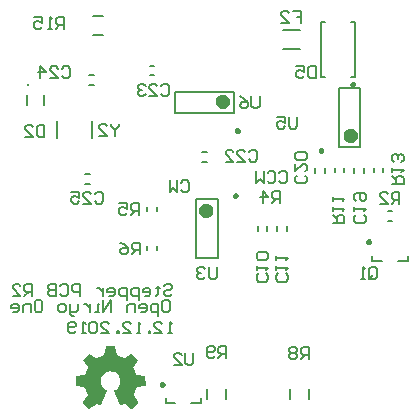
<source format=gbo>
%FSTAX23Y23*%
%MOIN*%
%SFA1B1*%

%IPPOS*%
%ADD39C,0.007870*%
%ADD57C,0.009840*%
%ADD59C,0.023620*%
%ADD60C,0.005910*%
%ADD101C,0.003940*%
%LNstepperpcb-1*%
%LPD*%
G36*
X00442Y00354D02*
X00442Y00353D01*
X00442Y00353*
X00447Y00325*
X00448Y00324*
X00448Y00324*
X00472Y00314*
X00472Y00314*
X00473Y00314*
X00473Y00314*
X00496Y0033*
X00497Y00331*
X00498Y0033*
X00498Y0033*
X00518Y0031*
X00519Y00309*
X00519Y00308*
X00519Y00308*
X00503Y00285*
X00502Y00284*
X00503Y00283*
X00512Y0026*
X00512Y00259*
X00513Y00259*
X00513Y00259*
X00541Y00254*
X00542Y00253*
X00543Y00252*
X00542*
X00543Y00224*
X00542Y00223*
X00541Y00222*
Y00222*
X00513Y00217*
X00512Y00216*
X00512Y00216*
X00503Y00193*
X00502Y00192*
X00503Y00191*
X00503Y00191*
X00519Y00168*
X00519Y00167*
X00518Y00166*
X00518Y00166*
X00498Y00146*
X00497Y00145*
X00496Y00145*
X00496Y00145*
X00473Y00161*
X00472Y00162*
X00472Y00162*
X00461Y00157*
X0046Y00157*
X00459Y00157*
X00459Y00158*
X00439Y00206*
X00439Y00207*
X00439Y00208*
X0044Y00208*
X0044Y00208*
X00443Y00209*
X0045Y00214*
X00455Y00221*
X00458Y00229*
X00459Y00238*
X00458Y00246*
X00455Y00254*
X0045Y00261*
X00443Y00267*
X00435Y0027*
X00426Y00271*
X00418Y0027*
X0041Y00267*
X00403Y00261*
X00398Y00254*
X00394Y00246*
X00393Y00238*
X00394Y00229*
X00398Y00221*
X00403Y00214*
X0041Y00209*
X00412Y00208*
X00412Y00208*
X00413Y00208*
X00413Y00207*
X00413Y00206*
X00394Y00158*
X00393Y00157*
X00392Y00157*
X00392Y00157*
X00381Y00162*
X0038Y00162*
X00379Y00161*
X0038Y00161*
X00356Y00145*
X00355Y00145*
X00354Y00146*
X00354Y00146*
X00334Y00166*
X00333Y00167*
X00334Y00168*
X00334Y00168*
X0035Y00191*
X0035Y00192*
X0035Y00193*
X0034Y00216*
X0034Y00216*
X00339Y00217*
Y00217*
X00311Y00222*
X0031Y00223*
X0031Y00224*
X0031*
X0031Y00252*
X0031Y00253*
X00311Y00254*
X00311Y00254*
X00339Y00259*
X0034Y00259*
X0034Y0026*
X0035Y00283*
X0035Y00284*
X0035Y00285*
X0035Y00285*
X00334Y00308*
X00333Y00309*
X00334Y0031*
X00334Y0031*
X00354Y0033*
X00355Y00331*
X00356Y0033*
X00356Y0033*
X00379Y00314*
X0038Y00314*
X00381Y00314*
X00404Y00324*
X00405Y00324*
X00405Y00325*
X00405*
X00411Y00353*
X00411Y00354*
X00412Y00354*
Y00354*
X0044Y00354*
X00442Y00354*
G37*
G54D39*
X00149Y01158D02*
Y01191D01*
X00204Y01158D02*
Y01191D01*
X00838Y01131D02*
Y01202D01*
X00642D02*
X00838D01*
X00642Y01131D02*
X00838D01*
X00642D02*
Y01202D01*
X0058Y00676D02*
Y0069D01*
X00548Y00676D02*
Y0069D01*
X00342Y00895D02*
X00358D01*
X00342Y00927D02*
X00358D01*
X00356Y01257D02*
X00372D01*
X00356Y01226D02*
X00372D01*
X00366Y01049D02*
Y01104D01*
X00248Y01049D02*
Y01104D01*
X00811Y00179D02*
Y00213D01*
X00747Y00179D02*
Y00213D01*
X01087Y00179D02*
Y00213D01*
X01023Y00179D02*
Y00213D01*
X01187Y01214D02*
X01257D01*
Y01017D02*
Y01214D01*
X01187Y01017D02*
Y01214D01*
Y01017D02*
X01257D01*
X01127Y01435D02*
X01141D01*
X01127Y01253D02*
Y01435D01*
Y01253D02*
X01141D01*
X01228Y01435D02*
X01242D01*
X01228Y01253D02*
X01242D01*
Y01435*
X01304Y00934D02*
Y00948D01*
X01336Y00934D02*
Y00948D01*
X01206Y00934D02*
Y00948D01*
X01174Y00934D02*
Y00948D01*
X01239Y00933D02*
Y00949D01*
X01271Y00933D02*
Y00949D01*
X00557Y01289D02*
X00572D01*
X00557Y01257D02*
X00572D01*
X01351Y00773D02*
X01365D01*
X01351Y00805D02*
X01365D01*
X01299Y00639D02*
X0133D01*
X01299D02*
Y00655D01*
X01385Y00639D02*
X01417D01*
Y00655*
X00732Y0097D02*
X00748D01*
X00732Y01001D02*
X00748D01*
X00367Y01455D02*
X00401D01*
X00367Y01391D02*
X00401D01*
X00982Y0074D02*
Y00755D01*
X01014Y0074D02*
Y00755D01*
X00917Y0074D02*
Y00755D01*
X00948Y0074D02*
Y00755D01*
X00548Y00805D02*
Y00819D01*
X0058Y00805D02*
Y00819D01*
X00712Y00649D02*
X00783D01*
Y00846*
X00712Y00649D02*
Y00846D01*
X00783*
X01141Y00933D02*
Y00949D01*
X01109Y00933D02*
Y00949D01*
X0061Y00165D02*
Y00181D01*
Y00165D02*
X00641D01*
X00728D02*
Y00181D01*
X00696Y00165D02*
X00728D01*
G54D57*
X00853Y01072D02*
D01*
X00853Y01073*
X00853Y01073*
X00853Y01073*
X00853Y01074*
X00853Y01074*
X00853Y01074*
X00853Y01075*
X00853Y01075*
X00853Y01075*
X00852Y01075*
X00852Y01076*
X00852Y01076*
X00852Y01076*
X00851Y01076*
X00851Y01077*
X00851Y01077*
X0085Y01077*
X0085Y01077*
X0085Y01077*
X00849Y01077*
X00849Y01077*
X00849Y01077*
X00848*
X00848Y01077*
X00848Y01077*
X00847Y01077*
X00847Y01077*
X00847Y01077*
X00846Y01077*
X00846Y01077*
X00846Y01076*
X00845Y01076*
X00845Y01076*
X00845Y01076*
X00845Y01075*
X00845Y01075*
X00844Y01075*
X00844Y01075*
X00844Y01074*
X00844Y01074*
X00844Y01074*
X00844Y01073*
X00844Y01073*
X00844Y01073*
X00844Y01072*
X00844Y01072*
X00844Y01072*
X00844Y01071*
X00844Y01071*
X00844Y01071*
X00844Y0107*
X00844Y0107*
X00844Y0107*
X00845Y01069*
X00845Y01069*
X00845Y01069*
X00845Y01069*
X00845Y01068*
X00846Y01068*
X00846Y01068*
X00846Y01068*
X00847Y01068*
X00847Y01068*
X00847Y01068*
X00848Y01067*
X00848Y01067*
X00848Y01067*
X00849*
X00849Y01067*
X00849Y01067*
X0085Y01068*
X0085Y01068*
X0085Y01068*
X00851Y01068*
X00851Y01068*
X00851Y01068*
X00852Y01068*
X00852Y01069*
X00852Y01069*
X00852Y01069*
X00853Y01069*
X00853Y0107*
X00853Y0107*
X00853Y0107*
X00853Y01071*
X00853Y01071*
X00853Y01071*
X00853Y01072*
X00853Y01072*
X00853Y01072*
X01132Y01007D02*
D01*
X01132Y01008*
X01132Y01008*
X01132Y01008*
X01132Y01009*
X01132Y01009*
X01132Y01009*
X01132Y01009*
X01132Y0101*
X01131Y0101*
X01131Y0101*
X01131Y01011*
X01131Y01011*
X0113Y01011*
X0113Y01011*
X0113Y01011*
X0113Y01012*
X01129Y01012*
X01129Y01012*
X01129Y01012*
X01128Y01012*
X01128Y01012*
X01128Y01012*
X01127*
X01127Y01012*
X01127Y01012*
X01126Y01012*
X01126Y01012*
X01126Y01012*
X01125Y01012*
X01125Y01011*
X01125Y01011*
X01124Y01011*
X01124Y01011*
X01124Y01011*
X01124Y0101*
X01123Y0101*
X01123Y0101*
X01123Y01009*
X01123Y01009*
X01123Y01009*
X01123Y01009*
X01123Y01008*
X01123Y01008*
X01123Y01008*
X01123Y01007*
X01123Y01007*
X01123Y01006*
X01123Y01006*
X01123Y01006*
X01123Y01005*
X01123Y01005*
X01123Y01005*
X01123Y01005*
X01123Y01004*
X01124Y01004*
X01124Y01004*
X01124Y01004*
X01124Y01003*
X01125Y01003*
X01125Y01003*
X01125Y01003*
X01126Y01003*
X01126Y01003*
X01126Y01002*
X01127Y01002*
X01127Y01002*
X01127Y01002*
X01128*
X01128Y01002*
X01128Y01002*
X01129Y01002*
X01129Y01003*
X01129Y01003*
X0113Y01003*
X0113Y01003*
X0113Y01003*
X0113Y01003*
X01131Y01004*
X01131Y01004*
X01131Y01004*
X01131Y01004*
X01132Y01005*
X01132Y01005*
X01132Y01005*
X01132Y01005*
X01132Y01006*
X01132Y01006*
X01132Y01006*
X01132Y01007*
X01132Y01007*
X01239Y01228D02*
D01*
X01239Y01228*
X01239Y01229*
X01239Y01229*
X01238Y01229*
X01238Y0123*
X01238Y0123*
X01238Y0123*
X01238Y0123*
X01238Y01231*
X01238Y01231*
X01237Y01231*
X01237Y01232*
X01237Y01232*
X01237Y01232*
X01236Y01232*
X01236Y01232*
X01236Y01232*
X01235Y01233*
X01235Y01233*
X01235Y01233*
X01234Y01233*
X01234Y01233*
X01234*
X01233Y01233*
X01233Y01233*
X01233Y01233*
X01232Y01233*
X01232Y01232*
X01232Y01232*
X01231Y01232*
X01231Y01232*
X01231Y01232*
X0123Y01232*
X0123Y01231*
X0123Y01231*
X0123Y01231*
X0123Y0123*
X01229Y0123*
X01229Y0123*
X01229Y0123*
X01229Y01229*
X01229Y01229*
X01229Y01229*
X01229Y01228*
X01229Y01228*
X01229Y01228*
X01229Y01227*
X01229Y01227*
X01229Y01226*
X01229Y01226*
X01229Y01226*
X01229Y01226*
X0123Y01225*
X0123Y01225*
X0123Y01225*
X0123Y01224*
X0123Y01224*
X01231Y01224*
X01231Y01224*
X01231Y01224*
X01232Y01223*
X01232Y01223*
X01232Y01223*
X01233Y01223*
X01233Y01223*
X01233Y01223*
X01234Y01223*
X01234*
X01234Y01223*
X01235Y01223*
X01235Y01223*
X01235Y01223*
X01236Y01223*
X01236Y01223*
X01236Y01224*
X01237Y01224*
X01237Y01224*
X01237Y01224*
X01237Y01224*
X01238Y01225*
X01238Y01225*
X01238Y01225*
X01238Y01226*
X01238Y01226*
X01238Y01226*
X01238Y01226*
X01239Y01227*
X01239Y01227*
X01239Y01228*
X01239Y01228*
X01292Y00702D02*
D01*
X01292Y00703*
X01292Y00703*
X01292Y00703*
X01292Y00704*
X01292Y00704*
X01291Y00704*
X01291Y00705*
X01291Y00705*
X01291Y00705*
X01291Y00705*
X0129Y00706*
X0129Y00706*
X0129Y00706*
X0129Y00706*
X01289Y00707*
X01289Y00707*
X01289Y00707*
X01288Y00707*
X01288Y00707*
X01288Y00707*
X01287Y00707*
X01287Y00707*
X01287*
X01286Y00707*
X01286Y00707*
X01286Y00707*
X01285Y00707*
X01285Y00707*
X01285Y00707*
X01284Y00707*
X01284Y00706*
X01284Y00706*
X01284Y00706*
X01283Y00706*
X01283Y00705*
X01283Y00705*
X01283Y00705*
X01283Y00705*
X01282Y00704*
X01282Y00704*
X01282Y00704*
X01282Y00703*
X01282Y00703*
X01282Y00703*
X01282Y00702*
X01282Y00702*
X01282Y00702*
X01282Y00701*
X01282Y00701*
X01282Y00701*
X01282Y007*
X01283Y007*
X01283Y007*
X01283Y00699*
X01283Y00699*
X01283Y00699*
X01284Y00699*
X01284Y00698*
X01284Y00698*
X01284Y00698*
X01285Y00698*
X01285Y00698*
X01285Y00698*
X01286Y00697*
X01286Y00697*
X01286Y00697*
X01287Y00697*
X01287*
X01287Y00697*
X01288Y00697*
X01288Y00697*
X01288Y00698*
X01289Y00698*
X01289Y00698*
X01289Y00698*
X0129Y00698*
X0129Y00698*
X0129Y00699*
X0129Y00699*
X01291Y00699*
X01291Y00699*
X01291Y007*
X01291Y007*
X01291Y007*
X01292Y00701*
X01292Y00701*
X01292Y00701*
X01292Y00702*
X01292Y00702*
X01292Y00702*
X00847Y00856D02*
D01*
X00847Y00856*
X00847Y00857*
X00847Y00857*
X00847Y00857*
X00847Y00858*
X00847Y00858*
X00846Y00858*
X00846Y00859*
X00846Y00859*
X00846Y00859*
X00846Y00859*
X00845Y0086*
X00845Y0086*
X00845Y0086*
X00844Y0086*
X00844Y0086*
X00844Y00861*
X00844Y00861*
X00843Y00861*
X00843Y00861*
X00843Y00861*
X00842Y00861*
X00842*
X00842Y00861*
X00841Y00861*
X00841Y00861*
X0084Y00861*
X0084Y00861*
X0084Y0086*
X0084Y0086*
X00839Y0086*
X00839Y0086*
X00839Y0086*
X00838Y00859*
X00838Y00859*
X00838Y00859*
X00838Y00859*
X00838Y00858*
X00838Y00858*
X00837Y00858*
X00837Y00857*
X00837Y00857*
X00837Y00857*
X00837Y00856*
X00837Y00856*
X00837Y00856*
X00837Y00855*
X00837Y00855*
X00837Y00855*
X00837Y00854*
X00838Y00854*
X00838Y00854*
X00838Y00853*
X00838Y00853*
X00838Y00853*
X00838Y00853*
X00839Y00852*
X00839Y00852*
X00839Y00852*
X0084Y00852*
X0084Y00852*
X0084Y00851*
X0084Y00851*
X00841Y00851*
X00841Y00851*
X00842Y00851*
X00842Y00851*
X00842*
X00843Y00851*
X00843Y00851*
X00843Y00851*
X00844Y00851*
X00844Y00851*
X00844Y00852*
X00844Y00852*
X00845Y00852*
X00845Y00852*
X00845Y00852*
X00846Y00853*
X00846Y00853*
X00846Y00853*
X00846Y00853*
X00846Y00854*
X00847Y00854*
X00847Y00854*
X00847Y00855*
X00847Y00855*
X00847Y00855*
X00847Y00856*
X00847Y00856*
X00603Y00228D02*
D01*
X00603Y00228*
X00603Y00229*
X00603Y00229*
X00603Y00229*
X00603Y0023*
X00602Y0023*
X00602Y0023*
X00602Y0023*
X00602Y00231*
X00602Y00231*
X00601Y00231*
X00601Y00232*
X00601Y00232*
X00601Y00232*
X006Y00232*
X006Y00232*
X006Y00232*
X00599Y00233*
X00599Y00233*
X00599Y00233*
X00598Y00233*
X00598Y00233*
X00598*
X00597Y00233*
X00597Y00233*
X00597Y00233*
X00596Y00233*
X00596Y00232*
X00596Y00232*
X00595Y00232*
X00595Y00232*
X00595Y00232*
X00595Y00232*
X00594Y00231*
X00594Y00231*
X00594Y00231*
X00594Y0023*
X00594Y0023*
X00593Y0023*
X00593Y0023*
X00593Y00229*
X00593Y00229*
X00593Y00229*
X00593Y00228*
X00593Y00228*
X00593Y00228*
X00593Y00227*
X00593Y00227*
X00593Y00226*
X00593Y00226*
X00593Y00226*
X00594Y00226*
X00594Y00225*
X00594Y00225*
X00594Y00225*
X00594Y00224*
X00595Y00224*
X00595Y00224*
X00595Y00224*
X00595Y00224*
X00596Y00223*
X00596Y00223*
X00596Y00223*
X00597Y00223*
X00597Y00223*
X00597Y00223*
X00598Y00223*
X00598*
X00598Y00223*
X00599Y00223*
X00599Y00223*
X00599Y00223*
X006Y00223*
X006Y00223*
X006Y00224*
X00601Y00224*
X00601Y00224*
X00601Y00224*
X00601Y00224*
X00602Y00225*
X00602Y00225*
X00602Y00225*
X00602Y00226*
X00602Y00226*
X00603Y00226*
X00603Y00226*
X00603Y00227*
X00603Y00227*
X00603Y00228*
X00603Y00228*
G54D59*
X00811Y01171D02*
D01*
X00811Y01172*
X00811Y01172*
X00811Y01173*
X0081Y01174*
X0081Y01175*
X0081Y01176*
X0081Y01176*
X00809Y01177*
X00809Y01178*
X00808Y01178*
X00808Y01179*
X00807Y0118*
X00806Y0118*
X00806Y01181*
X00805Y01181*
X00804Y01181*
X00804Y01182*
X00803Y01182*
X00802Y01182*
X00801Y01182*
X008Y01183*
X008Y01183*
X00799*
X00798Y01183*
X00797Y01182*
X00796Y01182*
X00795Y01182*
X00795Y01182*
X00794Y01181*
X00793Y01181*
X00793Y01181*
X00792Y0118*
X00791Y0118*
X00791Y01179*
X0079Y01178*
X0079Y01178*
X00789Y01177*
X00789Y01176*
X00788Y01176*
X00788Y01175*
X00788Y01174*
X00788Y01173*
X00787Y01172*
X00787Y01172*
X00787Y01171*
X00787Y0117*
X00787Y01169*
X00788Y01168*
X00788Y01168*
X00788Y01167*
X00788Y01166*
X00789Y01165*
X00789Y01165*
X0079Y01164*
X0079Y01163*
X00791Y01163*
X00791Y01162*
X00792Y01161*
X00793Y01161*
X00793Y01161*
X00794Y0116*
X00795Y0116*
X00795Y0116*
X00796Y01159*
X00797Y01159*
X00798Y01159*
X00799Y01159*
X008*
X008Y01159*
X00801Y01159*
X00802Y01159*
X00803Y0116*
X00804Y0116*
X00804Y0116*
X00805Y01161*
X00806Y01161*
X00806Y01161*
X00807Y01162*
X00808Y01163*
X00808Y01163*
X00809Y01164*
X00809Y01165*
X0081Y01165*
X0081Y01166*
X0081Y01167*
X0081Y01168*
X00811Y01168*
X00811Y01169*
X00811Y0117*
X00811Y01171*
X01238Y01057D02*
D01*
X01238Y01057*
X01238Y01058*
X01237Y01059*
X01237Y0106*
X01237Y01061*
X01237Y01061*
X01236Y01062*
X01236Y01063*
X01235Y01064*
X01235Y01064*
X01234Y01065*
X01234Y01065*
X01233Y01066*
X01232Y01066*
X01232Y01067*
X01231Y01067*
X0123Y01068*
X0123Y01068*
X01229Y01068*
X01228Y01068*
X01227Y01068*
X01226Y01068*
X01225*
X01225Y01068*
X01224Y01068*
X01223Y01068*
X01222Y01068*
X01221Y01068*
X01221Y01067*
X0122Y01067*
X01219Y01066*
X01219Y01066*
X01218Y01065*
X01217Y01065*
X01217Y01064*
X01216Y01064*
X01216Y01063*
X01215Y01062*
X01215Y01061*
X01215Y01061*
X01215Y0106*
X01214Y01059*
X01214Y01058*
X01214Y01057*
X01214Y01057*
X01214Y01056*
X01214Y01055*
X01214Y01054*
X01215Y01053*
X01215Y01053*
X01215Y01052*
X01215Y01051*
X01216Y0105*
X01216Y0105*
X01217Y01049*
X01217Y01048*
X01218Y01048*
X01219Y01047*
X01219Y01047*
X0122Y01046*
X01221Y01046*
X01221Y01046*
X01222Y01045*
X01223Y01045*
X01224Y01045*
X01225Y01045*
X01225Y01045*
X01226*
X01227Y01045*
X01228Y01045*
X01229Y01045*
X0123Y01045*
X0123Y01046*
X01231Y01046*
X01232Y01046*
X01232Y01047*
X01233Y01047*
X01234Y01048*
X01234Y01048*
X01235Y01049*
X01235Y0105*
X01236Y0105*
X01236Y01051*
X01237Y01052*
X01237Y01053*
X01237Y01053*
X01237Y01054*
X01238Y01055*
X01238Y01056*
X01238Y01057*
X00755Y00807D02*
D01*
X00755Y00807*
X00755Y00808*
X00755Y00809*
X00755Y0081*
X00755Y00811*
X00754Y00811*
X00754Y00812*
X00754Y00813*
X00753Y00814*
X00753Y00814*
X00752Y00815*
X00751Y00815*
X00751Y00816*
X0075Y00816*
X00749Y00817*
X00749Y00817*
X00748Y00818*
X00747Y00818*
X00746Y00818*
X00746Y00818*
X00745Y00818*
X00744Y00818*
X00743*
X00742Y00818*
X00742Y00818*
X00741Y00818*
X0074Y00818*
X00739Y00818*
X00738Y00817*
X00738Y00817*
X00737Y00816*
X00736Y00816*
X00736Y00815*
X00735Y00815*
X00735Y00814*
X00734Y00814*
X00734Y00813*
X00733Y00812*
X00733Y00811*
X00732Y00811*
X00732Y0081*
X00732Y00809*
X00732Y00808*
X00732Y00807*
X00732Y00807*
X00732Y00806*
X00732Y00805*
X00732Y00804*
X00732Y00803*
X00732Y00803*
X00733Y00802*
X00733Y00801*
X00734Y008*
X00734Y008*
X00735Y00799*
X00735Y00798*
X00736Y00798*
X00736Y00797*
X00737Y00797*
X00738Y00796*
X00738Y00796*
X00739Y00796*
X0074Y00795*
X00741Y00795*
X00742Y00795*
X00742Y00795*
X00743Y00795*
X00744*
X00745Y00795*
X00746Y00795*
X00746Y00795*
X00747Y00795*
X00748Y00796*
X00749Y00796*
X00749Y00796*
X0075Y00797*
X00751Y00797*
X00751Y00798*
X00752Y00798*
X00753Y00799*
X00753Y008*
X00754Y008*
X00754Y00801*
X00754Y00802*
X00755Y00803*
X00755Y00803*
X00755Y00804*
X00755Y00805*
X00755Y00806*
X00755Y00807*
G54D60*
X01001Y01346D02*
X01057D01*
X01001Y01409D02*
X01057D01*
X00606Y00509D02*
X00619D01*
X00625Y00502*
Y00476*
X00619Y00469*
X00606*
X00599Y00476*
Y00502*
X00606Y00509*
X00586Y00456D02*
Y00496D01*
X00566*
X0056Y00489*
Y00476*
X00566Y00469*
X00586*
X00527D02*
X0054D01*
X00547Y00476*
Y00489*
X0054Y00496*
X00527*
X00521Y00489*
Y00482*
X00547*
X00507Y00469D02*
Y00496D01*
X00488*
X00481Y00489*
Y00469*
X00429D02*
Y00509D01*
X00402Y00469*
Y00509*
X00389Y00469D02*
X00376D01*
X00383*
Y00496*
X00389*
X00357D02*
Y00469D01*
Y00482*
X0035Y00489*
X00343Y00496*
X00337*
X00317D02*
Y00476D01*
X00311Y00469*
X00291*
Y00463*
X00298Y00456*
X00304*
X00291Y00469D02*
Y00496D01*
X00271Y00469D02*
X00258D01*
X00252Y00476*
Y00489*
X00258Y00496*
X00271*
X00278Y00489*
Y00476*
X00271Y00469*
X00179Y00509D02*
X00193D01*
X00199Y00502*
Y00476*
X00193Y00469*
X00179*
X00173Y00476*
Y00502*
X00179Y00509*
X0016Y00469D02*
Y00496D01*
X0014*
X00134Y00489*
Y00469*
X00101D02*
X00114D01*
X0012Y00476*
Y00489*
X00114Y00496*
X00101*
X00094Y00489*
Y00482*
X0012*
X00206Y01092D02*
Y01053D01*
X00187*
X0018Y01059*
Y01085*
X00187Y01092*
X00206*
X00141Y01053D02*
X00167D01*
X00141Y01079*
Y01085*
X00147Y01092*
X0016*
X00167Y01085*
X00923Y01187D02*
Y01154D01*
X00916Y01147*
X00903*
X00896Y01154*
Y01187*
X00857D02*
X0087Y0118D01*
X00883Y01167*
Y01154*
X00877Y01147*
X00864*
X00857Y01154*
Y0116*
X00864Y01167*
X00883*
X00523Y00661D02*
Y007D01*
X00503*
X00497Y00694*
Y00681*
X00503Y00674*
X00523*
X0051D02*
X00497Y00661D01*
X00458Y007D02*
X00471Y00694D01*
X00484Y00681*
Y00667*
X00477Y00661*
X00464*
X00458Y00667*
Y00674*
X00464Y00681*
X00484*
X01047Y0112D02*
Y01087D01*
X0104Y0108*
X01027*
X01021Y01087*
Y0112*
X00981D02*
X01007D01*
Y011*
X00994Y01106*
X00988*
X00981Y011*
Y01087*
X00988Y0108*
X01001*
X01007Y01087*
X01288Y00585D02*
Y00611D01*
X01295Y00618*
X01308*
X01314Y00611*
Y00585*
X01308Y00578*
X01295*
X01301Y00591D02*
X01288Y00578D01*
X01295D02*
X01288Y00585D01*
X01275Y00578D02*
X01262D01*
X01269*
Y00618*
X01275Y00611*
X00992Y00832D02*
Y00872D01*
X00972*
X00965Y00865*
Y00852*
X00972Y00845*
X00992*
X00979D02*
X00965Y00832D01*
X00933D02*
Y00872D01*
X00952Y00852*
X00926*
X00521Y00793D02*
Y00832D01*
X00501*
X00495Y00826*
Y00812*
X00501Y00806*
X00521*
X00508D02*
X00495Y00793D01*
X00456Y00832D02*
X00482D01*
Y00812*
X00469Y00819*
X00462*
X00456Y00812*
Y00799*
X00462Y00793*
X00475*
X00482Y00799*
X0027Y01413D02*
Y01452D01*
X0025*
X00243Y01446*
Y01433*
X0025Y01426*
X0027*
X00256D02*
X00243Y01413D01*
X0023D02*
X00217D01*
X00224*
Y01452*
X0023Y01446*
X00171Y01452D02*
X00197D01*
Y01433*
X00184Y01439*
X00178*
X00171Y01433*
Y01419*
X00178Y01413*
X00191*
X00197Y01419*
X00781Y00618D02*
Y00585D01*
X00774Y00578*
X00761*
X00755Y00585*
Y00618*
X00742Y00611D02*
X00735Y00618D01*
X00722*
X00715Y00611*
Y00604*
X00722Y00598*
X00729*
X00722*
X00715Y00591*
Y00585*
X00722Y00578*
X00735*
X00742Y00585*
X00454Y01094D02*
Y01087D01*
X00441Y01074*
X00428Y01087*
Y01094*
X00441Y01074D02*
Y01055D01*
X00389D02*
X00415D01*
X00389Y01081*
Y01087*
X00395Y01094*
X00408*
X00415Y01087*
X00946Y00597D02*
X00952Y0059D01*
Y00577*
X00946Y0057*
X00919*
X00913Y00577*
Y0059*
X00919Y00597*
X00913Y0061D02*
Y00623D01*
Y00616*
X00952*
X00946Y0061*
Y00643D02*
X00952Y00649D01*
Y00662*
X00946Y00669*
X00919*
X00913Y00662*
Y00649*
X00919Y00643*
X00946*
X00265Y0128D02*
X00271Y01287D01*
X00284*
X00291Y0128*
Y01254*
X00284Y01248*
X00271*
X00265Y01254*
X00225Y01248D02*
X00251D01*
X00225Y01274*
Y0128*
X00232Y01287*
X00245*
X00251Y0128*
X00192Y01248D02*
Y01287D01*
X00212Y01267*
X00186*
X00375Y00863D02*
X00381Y0087D01*
X00395*
X00401Y00863*
Y00837*
X00395Y0083*
X00381*
X00375Y00837*
X00335Y0083D02*
X00362D01*
X00335Y00856*
Y00863*
X00342Y0087*
X00355*
X00362Y00863*
X00296Y0087D02*
X00322D01*
Y0085*
X00309Y00856*
X00303*
X00296Y0085*
Y00837*
X00303Y0083*
X00316*
X00322Y00837*
X00595Y01221D02*
X00602Y01228D01*
X00615*
X00622Y01221*
Y01195*
X00615Y01188*
X00602*
X00595Y01195*
X00556Y01188D02*
X00582D01*
X00556Y01215*
Y01221*
X00563Y01228*
X00576*
X00582Y01221*
X00543D02*
X00536Y01228D01*
X00523*
X00517Y01221*
Y01215*
X00523Y01208*
X0053*
X00523*
X00517Y01202*
Y01195*
X00523Y01188*
X00536*
X00543Y01195*
X01011Y00597D02*
X01017Y0059D01*
Y00577*
X01011Y0057*
X00984*
X00978Y00577*
Y0059*
X00984Y00597*
X00978Y0061D02*
Y00623D01*
Y00616*
X01017*
X01011Y0061*
X00978Y00643D02*
Y00656D01*
Y00649*
X01017*
X01011Y00643*
X01271Y00792D02*
X01277Y00785D01*
Y00772*
X01271Y00766*
X01245*
X01238Y00772*
Y00785*
X01245Y00792*
X01238Y00805D02*
Y00818D01*
Y00812*
X01277*
X01271Y00805*
X01245Y00838D02*
X01238Y00844D01*
Y00858*
X01245Y00864*
X01271*
X01277Y00858*
Y00844*
X01271Y00838*
X01264*
X01258Y00844*
Y00864*
X01075Y00923D02*
X01082Y00917D01*
Y00904*
X01075Y00897*
X01049*
X01042Y00904*
Y00917*
X01049Y00923*
X01042Y00963D02*
Y00937D01*
X01069Y00963*
X01075*
X01082Y00956*
Y00943*
X01075Y00937*
Y00976D02*
X01082Y00982D01*
Y00996*
X01075Y01002*
X01049*
X01042Y00996*
Y00982*
X01049Y00976*
X01075*
X00889Y01003D02*
X00895Y01009D01*
X00908*
X00915Y01003*
Y00977*
X00908Y0097*
X00895*
X00889Y00977*
X00849Y0097D02*
X00876D01*
X00849Y00996*
Y01003*
X00856Y01009*
X00869*
X00876Y01003*
X0081Y0097D02*
X00836D01*
X0081Y00996*
Y01003*
X00816Y01009*
X0083*
X00836Y01003*
X01112Y01289D02*
Y0125D01*
X01092*
X01085Y01256*
Y01282*
X01092Y01289*
X01112*
X01046D02*
X01072D01*
Y01269*
X01059Y01276*
X01053*
X01046Y01269*
Y01256*
X01053Y0125*
X01066*
X01072Y01256*
X01034Y01472D02*
X01061D01*
Y01452*
X01047*
X01061*
Y01433*
X00995D02*
X01021D01*
X00995Y01459*
Y01465*
X01001Y01472*
X01015*
X01021Y01465*
X01389Y00828D02*
Y00868D01*
X0137*
X01363Y00861*
Y00848*
X0137Y00841*
X01389*
X01376D02*
X01363Y00828D01*
X01324D02*
X0135D01*
X01324Y00854*
Y00861*
X0133Y00868*
X01343*
X0135Y00861*
X01088Y00312D02*
Y00352D01*
X01068*
X01062Y00345*
Y00332*
X01068Y00326*
X01088*
X01075D02*
X01062Y00312D01*
X01049Y00345D02*
X01042Y00352D01*
X01029*
X01022Y00345*
Y00339*
X01029Y00332*
X01022Y00326*
Y00319*
X01029Y00312*
X01042*
X01049Y00319*
Y00326*
X01042Y00332*
X01049Y00339*
Y00345*
X01042Y00332D02*
X01029D01*
X00812Y00314D02*
Y00354D01*
X00793*
X00786Y00347*
Y00334*
X00793Y00328*
X00812*
X00799D02*
X00786Y00314D01*
X00773Y00321D02*
X00767Y00314D01*
X00753*
X00747Y00321*
Y00347*
X00753Y00354*
X00767*
X00773Y00347*
Y00341*
X00767Y00334*
X00747*
X01167Y00765D02*
X01206D01*
Y00785*
X012Y00791*
X01187*
X0118Y00785*
Y00765*
Y00778D02*
X01167Y00791D01*
Y00805D02*
Y00818D01*
Y00811*
X01206*
X012Y00805*
X01167Y00837D02*
Y00851D01*
Y00844*
X01206*
X012Y00837*
X01364Y00895D02*
X01403D01*
Y00915*
X01396Y00921*
X01383*
X01377Y00915*
Y00895*
Y00908D02*
X01364Y00921D01*
Y00935D02*
Y00948D01*
Y00941*
X01403*
X01396Y00935*
Y00967D02*
X01403Y00974D01*
Y00987*
X01396Y00994*
X0139*
X01383Y00987*
Y0098*
Y00987*
X01377Y00994*
X0137*
X01364Y00987*
Y00974*
X0137Y00967*
X00702Y00332D02*
Y00299D01*
X00696Y00293*
X00683*
X00676Y00299*
Y00332*
X00637Y00293D02*
X00663D01*
X00637Y00319*
Y00326*
X00643Y00332*
X00656*
X00663Y00326*
X00605Y00556D02*
X00612Y00562D01*
X00625*
X00631Y00556*
Y00549*
X00625Y00543*
X00612*
X00605Y00536*
Y0053*
X00612Y00523*
X00625*
X00631Y0053*
X00585Y00556D02*
Y00549D01*
X00592*
X00579*
X00585*
Y0053*
X00579Y00523*
X0054D02*
X00553D01*
X00559Y0053*
Y00543*
X00553Y00549*
X0054*
X00533Y00543*
Y00536*
X00559*
X0052Y0051D02*
Y00549D01*
X005*
X00494Y00543*
Y0053*
X005Y00523*
X0052*
X00481Y0051D02*
Y00549D01*
X00461*
X00454Y00543*
Y0053*
X00461Y00523*
X00481*
X00421D02*
X00435D01*
X00441Y0053*
Y00543*
X00435Y00549*
X00421*
X00415Y00543*
Y00536*
X00441*
X00402Y00549D02*
Y00523D01*
Y00536*
X00395Y00543*
X00389Y00549*
X00382*
X00323Y00523D02*
Y00562D01*
X00303*
X00297Y00556*
Y00543*
X00303Y00536*
X00323*
X00257Y00556D02*
X00264Y00562D01*
X00277*
X00284Y00556*
Y0053*
X00277Y00523*
X00264*
X00257Y0053*
X00244Y00562D02*
Y00523D01*
X00225*
X00218Y0053*
Y00536*
X00225Y00543*
X00244*
X00225*
X00218Y00549*
Y00556*
X00225Y00562*
X00244*
X00166Y00523D02*
Y00562D01*
X00146*
X00139Y00556*
Y00543*
X00146Y00536*
X00166*
X00153D02*
X00139Y00523D01*
X001D02*
X00126D01*
X001Y00549*
Y00556*
X00107Y00562*
X0012*
X00126Y00556*
X00662Y009D02*
X00669Y00907D01*
X00682*
X00688Y009*
Y00874*
X00682Y00868*
X00669*
X00662Y00874*
X00649Y00907D02*
Y00868D01*
X00636Y00881*
X00623Y00868*
Y00907*
X00989Y00932D02*
X00996Y00938D01*
X01009*
X01015Y00932*
Y00906*
X01009Y00899*
X00996*
X00989Y00906*
X0095Y00932D02*
X00956Y00938D01*
X00969*
X00976Y00932*
Y00906*
X00969Y00899*
X00956*
X0095Y00906*
X00937Y00938D02*
Y00899D01*
X00923Y00912*
X0091Y00899*
Y00938*
X00631Y00397D02*
X00618D01*
X00625*
Y00436*
X00631Y0043*
X00572Y00397D02*
X00599D01*
X00572Y00423*
Y0043*
X00579Y00436*
X00592*
X00599Y0043*
X00559Y00397D02*
Y00404D01*
X00553*
Y00397*
X00559*
X00526D02*
X00513D01*
X0052*
Y00436*
X00526Y0043*
X00467Y00397D02*
X00494D01*
X00467Y00423*
Y0043*
X00474Y00436*
X00487*
X00494Y0043*
X00454Y00397D02*
Y00404D01*
X00448*
Y00397*
X00454*
X00395D02*
X00421D01*
X00395Y00423*
Y0043*
X00402Y00436*
X00415*
X00421Y0043*
X00382D02*
X00376Y00436D01*
X00362*
X00356Y0043*
Y00404*
X00362Y00397*
X00376*
X00382Y00404*
Y0043*
X00343Y00397D02*
X0033D01*
X00336*
Y00436*
X00343Y0043*
X0031Y00404D02*
X00303Y00397D01*
X0029*
X00284Y00404*
Y0043*
X0029Y00436*
X00303*
X0031Y0043*
Y00423*
X00303Y00417*
X00284*
G54D101*
X0015Y01227D02*
D01*
X0015Y01227*
X0015Y01227*
X0015Y01227*
X0015Y01228*
X0015Y01228*
X0015Y01228*
X0015Y01228*
X0015Y01228*
X0015Y01228*
X0015Y01228*
X0015Y01228*
X0015Y01229*
X0015Y01229*
X0015Y01229*
X00149Y01229*
X00149Y01229*
X00149Y01229*
X00149Y01229*
X00149Y01229*
X00149Y01229*
X00149Y01229*
X00149Y01229*
X00148*
X00148Y01229*
X00148Y01229*
X00148Y01229*
X00148Y01229*
X00148Y01229*
X00148Y01229*
X00148Y01229*
X00147Y01229*
X00147Y01229*
X00147Y01229*
X00147Y01228*
X00147Y01228*
X00147Y01228*
X00147Y01228*
X00147Y01228*
X00147Y01228*
X00147Y01228*
X00147Y01228*
X00147Y01227*
X00147Y01227*
X00147Y01227*
X00147Y01227*
X00147Y01227*
X00147Y01227*
X00147Y01227*
X00147Y01227*
X00147Y01226*
X00147Y01226*
X00147Y01226*
X00147Y01226*
X00147Y01226*
X00147Y01226*
X00147Y01226*
X00147Y01226*
X00147Y01226*
X00147Y01225*
X00148Y01225*
X00148Y01225*
X00148Y01225*
X00148Y01225*
X00148Y01225*
X00148Y01225*
X00148Y01225*
X00148Y01225*
X00149*
X00149Y01225*
X00149Y01225*
X00149Y01225*
X00149Y01225*
X00149Y01225*
X00149Y01225*
X00149Y01225*
X0015Y01225*
X0015Y01226*
X0015Y01226*
X0015Y01226*
X0015Y01226*
X0015Y01226*
X0015Y01226*
X0015Y01226*
X0015Y01226*
X0015Y01226*
X0015Y01227*
X0015Y01227*
X0015Y01227*
X0015Y01227*
X0015Y01227*
M02*
</source>
